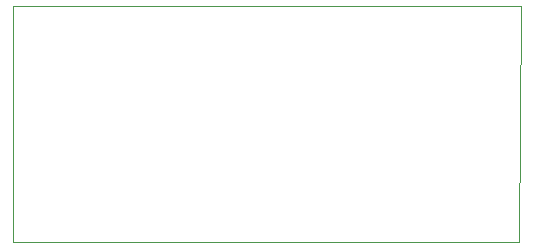
<source format=gbr>
G04 #@! TF.GenerationSoftware,KiCad,Pcbnew,(5.1.2)-2*
G04 #@! TF.CreationDate,2019-06-15T14:58:01+10:00*
G04 #@! TF.ProjectId,USBResetter,55534252-6573-4657-9474-65722e6b6963,rev?*
G04 #@! TF.SameCoordinates,Original*
G04 #@! TF.FileFunction,Profile,NP*
%FSLAX46Y46*%
G04 Gerber Fmt 4.6, Leading zero omitted, Abs format (unit mm)*
G04 Created by KiCad (PCBNEW (5.1.2)-2) date 2019-06-15 14:58:01*
%MOMM*%
%LPD*%
G04 APERTURE LIST*
%ADD10C,0.050000*%
G04 APERTURE END LIST*
D10*
X167800000Y-104000000D02*
X167600000Y-104000000D01*
X168000000Y-84000000D02*
X167800000Y-104000000D01*
X167600000Y-84000000D02*
X168000000Y-84000000D01*
X128000000Y-104000000D02*
X167600000Y-104000000D01*
X125000000Y-84000000D02*
X167600000Y-84000000D01*
X125000000Y-104000000D02*
X125000000Y-84000000D01*
X128000000Y-104000000D02*
X125000000Y-104000000D01*
M02*

</source>
